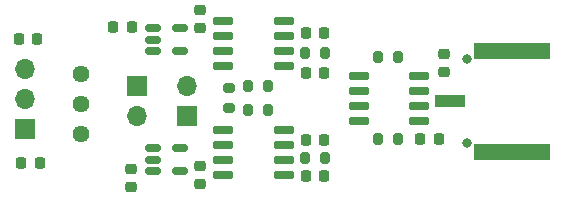
<source format=gbr>
%TF.GenerationSoftware,KiCad,Pcbnew,8.0.1*%
%TF.CreationDate,2024-10-18T10:30:41+02:00*%
%TF.ProjectId,Curmea,4375726d-6561-42e6-9b69-6361645f7063,rev?*%
%TF.SameCoordinates,Original*%
%TF.FileFunction,Soldermask,Top*%
%TF.FilePolarity,Negative*%
%FSLAX46Y46*%
G04 Gerber Fmt 4.6, Leading zero omitted, Abs format (unit mm)*
G04 Created by KiCad (PCBNEW 8.0.1) date 2024-10-18 10:30:41*
%MOMM*%
%LPD*%
G01*
G04 APERTURE LIST*
G04 Aperture macros list*
%AMRoundRect*
0 Rectangle with rounded corners*
0 $1 Rounding radius*
0 $2 $3 $4 $5 $6 $7 $8 $9 X,Y pos of 4 corners*
0 Add a 4 corners polygon primitive as box body*
4,1,4,$2,$3,$4,$5,$6,$7,$8,$9,$2,$3,0*
0 Add four circle primitives for the rounded corners*
1,1,$1+$1,$2,$3*
1,1,$1+$1,$4,$5*
1,1,$1+$1,$6,$7*
1,1,$1+$1,$8,$9*
0 Add four rect primitives between the rounded corners*
20,1,$1+$1,$2,$3,$4,$5,0*
20,1,$1+$1,$4,$5,$6,$7,0*
20,1,$1+$1,$6,$7,$8,$9,0*
20,1,$1+$1,$8,$9,$2,$3,0*%
G04 Aperture macros list end*
%ADD10RoundRect,0.150000X-0.512500X-0.150000X0.512500X-0.150000X0.512500X0.150000X-0.512500X0.150000X0*%
%ADD11R,1.700000X1.700000*%
%ADD12O,1.700000X1.700000*%
%ADD13C,1.440000*%
%ADD14RoundRect,0.200000X-0.275000X0.200000X-0.275000X-0.200000X0.275000X-0.200000X0.275000X0.200000X0*%
%ADD15RoundRect,0.225000X0.250000X-0.225000X0.250000X0.225000X-0.250000X0.225000X-0.250000X-0.225000X0*%
%ADD16RoundRect,0.200000X-0.200000X-0.275000X0.200000X-0.275000X0.200000X0.275000X-0.200000X0.275000X0*%
%ADD17RoundRect,0.200000X0.200000X0.275000X-0.200000X0.275000X-0.200000X-0.275000X0.200000X-0.275000X0*%
%ADD18RoundRect,0.225000X-0.250000X0.225000X-0.250000X-0.225000X0.250000X-0.225000X0.250000X0.225000X0*%
%ADD19RoundRect,0.150000X-0.725000X-0.150000X0.725000X-0.150000X0.725000X0.150000X-0.725000X0.150000X0*%
%ADD20RoundRect,0.225000X0.225000X0.250000X-0.225000X0.250000X-0.225000X-0.250000X0.225000X-0.250000X0*%
%ADD21C,0.800000*%
%ADD22R,2.500000X1.000000*%
%ADD23R,6.400000X1.440000*%
%ADD24RoundRect,0.218750X0.218750X0.256250X-0.218750X0.256250X-0.218750X-0.256250X0.218750X-0.256250X0*%
%ADD25RoundRect,0.225000X-0.225000X-0.250000X0.225000X-0.250000X0.225000X0.250000X-0.225000X0.250000X0*%
%ADD26RoundRect,0.218750X-0.218750X-0.256250X0.218750X-0.256250X0.218750X0.256250X-0.218750X0.256250X0*%
G04 APERTURE END LIST*
D10*
%TO.C,U6*%
X128062500Y-82750000D03*
X128062500Y-83700000D03*
X128062500Y-84650000D03*
X130337500Y-84650000D03*
X130337500Y-82750000D03*
%TD*%
D11*
%TO.C,J3*%
X131000000Y-80040000D03*
D12*
X131000000Y-77500000D03*
%TD*%
D13*
%TO.C,RV1*%
X122000000Y-76500000D03*
X122000000Y-79040000D03*
X122000000Y-81580000D03*
%TD*%
D14*
%TO.C,R1*%
X134500000Y-77675000D03*
X134500000Y-79325000D03*
%TD*%
D15*
%TO.C,C5*%
X152750000Y-76275000D03*
X152750000Y-74725000D03*
%TD*%
D16*
%TO.C,R2*%
X136175000Y-79500000D03*
X137825000Y-79500000D03*
%TD*%
D17*
%TO.C,R5*%
X142647871Y-74676175D03*
X140997871Y-74676175D03*
%TD*%
%TO.C,R3*%
X137825000Y-77500000D03*
X136175000Y-77500000D03*
%TD*%
D11*
%TO.C,JP1*%
X126750000Y-77500000D03*
D12*
X126750000Y-80040000D03*
%TD*%
D18*
%TO.C,C10*%
X126250000Y-84475000D03*
X126250000Y-86025000D03*
%TD*%
D19*
%TO.C,U3*%
X145500000Y-76595000D03*
X145500000Y-77865000D03*
X145500000Y-79135000D03*
X145500000Y-80405000D03*
X150650000Y-80405000D03*
X150650000Y-79135000D03*
X150650000Y-77865000D03*
X150650000Y-76595000D03*
%TD*%
D16*
%TO.C,R4*%
X140997184Y-83568246D03*
X142647184Y-83568246D03*
%TD*%
D20*
%TO.C,C1*%
X142575000Y-73000000D03*
X141025000Y-73000000D03*
%TD*%
D19*
%TO.C,U2*%
X134000000Y-72000000D03*
X134000000Y-73270000D03*
X134000000Y-74540000D03*
X134000000Y-75810000D03*
X139150000Y-75810000D03*
X139150000Y-74540000D03*
X139150000Y-73270000D03*
X139150000Y-72000000D03*
%TD*%
D16*
%TO.C,R6*%
X147175000Y-75000000D03*
X148825000Y-75000000D03*
%TD*%
D20*
%TO.C,C4*%
X142597184Y-82068246D03*
X141047184Y-82068246D03*
%TD*%
D21*
%TO.C,J1*%
X154700000Y-82340000D03*
X154700000Y-75220000D03*
D22*
X153250000Y-78780000D03*
D23*
X158500000Y-83060000D03*
X158500000Y-74500000D03*
%TD*%
D11*
%TO.C,J5*%
X117250000Y-81080000D03*
D12*
X117250000Y-78540000D03*
X117250000Y-76000000D03*
%TD*%
D24*
%TO.C,D2*%
X118287500Y-73500000D03*
X116712500Y-73500000D03*
%TD*%
D25*
%TO.C,C6*%
X150725000Y-82000000D03*
X152275000Y-82000000D03*
%TD*%
D10*
%TO.C,U7*%
X128125000Y-72600000D03*
X128125000Y-73550000D03*
X128125000Y-74500000D03*
X130400000Y-74500000D03*
X130400000Y-72600000D03*
%TD*%
D20*
%TO.C,C3*%
X142597184Y-85068246D03*
X141047184Y-85068246D03*
%TD*%
D19*
%TO.C,U1*%
X134000000Y-81190000D03*
X134000000Y-82460000D03*
X134000000Y-83730000D03*
X134000000Y-85000000D03*
X139150000Y-85000000D03*
X139150000Y-83730000D03*
X139150000Y-82460000D03*
X139150000Y-81190000D03*
%TD*%
D20*
%TO.C,C2*%
X142575000Y-76400000D03*
X141025000Y-76400000D03*
%TD*%
D18*
%TO.C,C7*%
X132100000Y-84225000D03*
X132100000Y-85775000D03*
%TD*%
D26*
%TO.C,D1*%
X116925000Y-84000000D03*
X118500000Y-84000000D03*
%TD*%
D16*
%TO.C,R7*%
X147175000Y-82000000D03*
X148825000Y-82000000D03*
%TD*%
D18*
%TO.C,C8*%
X132100000Y-71025000D03*
X132100000Y-72575000D03*
%TD*%
D25*
%TO.C,C9*%
X124725000Y-72500000D03*
X126275000Y-72500000D03*
%TD*%
M02*

</source>
